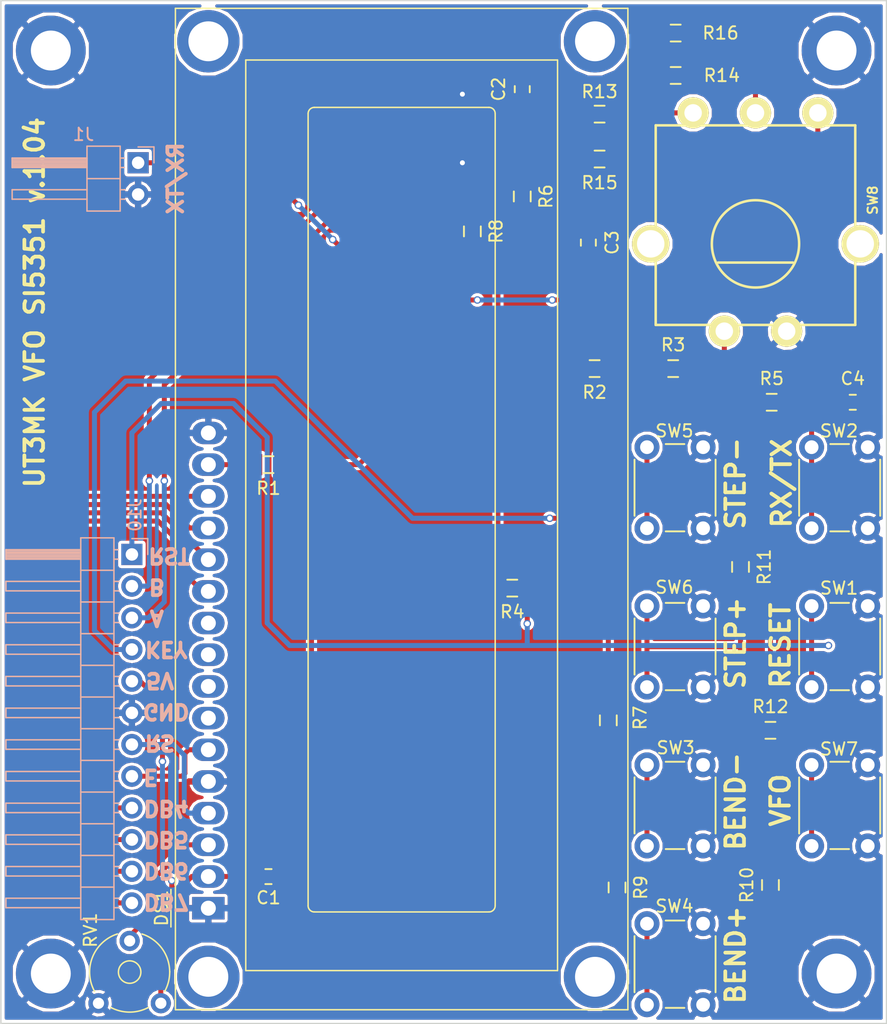
<source format=kicad_pcb>
(kicad_pcb (version 4) (host pcbnew 4.0.7-e2-6376~58~ubuntu14.04.1)
  (title_block (date 2017-12-27))
  (layers (0 F.Cu signal) (31 B.Cu signal) (34 B.Paste user) (35 F.Paste user) (36 B.SilkS user) (37 F.SilkS user) (38 B.Mask user) (39 F.Mask user) (44 Edge.Cuts user))
  (net 0 "")
  (net 1 GND)
  (net 2 +5V)
  (net 3 /RESET)
  (net 4 /RS)
  (net 5 /E)
  (net 6 /DB4)
  (net 7 /DB5)
  (net 8 /DB6)
  (net 9 /DB7)
  (net 10 /KEYBOARD)
  (net 11 /ENCODER_B)
  (net 12 /ENCODER_A)
  (net 13 "Net-(C4-Pad1)")
  (net 14 "Net-(DS1-Pad3)")
  (net 15 "Net-(DS1-Pad15)")
  (net 16 "Net-(R7-Pad2)")
  (net 17 "Net-(R10-Pad1)")
  (net 18 "Net-(R10-Pad2)")
  (net 19 "Net-(R11-Pad2)")
  (net 20 "Net-(R3-Pad2)")
  (net 21 "Net-(R12-Pad2)")
  (net 22 "Net-(R13-Pad2)")
  (net 23 "Net-(R14-Pad1)")
  (module Displays:WC1602A (layer F.Cu) (at 87.63 111.76 90)
    (fp_text reference DS1 (at 0.01 -3.755 90) (layer F.SilkS))
    (fp_text value WC1602A hide)
    (pad 1 thru_hole rect (at 0 0 90) (size 1.8 2.6) (drill 1.2) (layers *.Cu *.Mask) (net 1 GND))
    (pad 2 thru_hole oval (at 2.54 0 90) (size 1.8 2.6) (drill 1.2) (layers *.Cu *.Mask) (net 2 +5V))
    (pad 3 thru_hole oval (at 5.08 0 90) (size 1.8 2.6) (drill 1.2) (layers *.Cu *.Mask) (net 14 "Net-(DS1-Pad3)"))
    (pad 4 thru_hole oval (at 7.62 0 90) (size 1.8 2.6) (drill 1.2) (layers *.Cu *.Mask) (net 4 /RS))
    (pad 5 thru_hole oval (at 10.16 0 90) (size 1.8 2.6) (drill 1.2) (layers *.Cu *.Mask) (net 1 GND))
    (pad 6 thru_hole oval (at 12.7 0 90) (size 1.8 2.6) (drill 1.2) (layers *.Cu *.Mask) (net 5 /E))
    (pad 7 thru_hole oval (at 15.24 0 90) (size 1.8 2.6) (drill 1.2) (layers *.Cu *.Mask))
    (pad 8 thru_hole oval (at 17.78 0 90) (size 1.8 2.6) (drill 1.2) (layers *.Cu *.Mask))
    (pad 9 thru_hole oval (at 20.32 0 90) (size 1.8 2.6) (drill 1.2) (layers *.Cu *.Mask))
    (pad 10 thru_hole oval (at 22.86 0 90) (size 1.8 2.6) (drill 1.2) (layers *.Cu *.Mask))
    (pad 11 thru_hole oval (at 25.4 0 90) (size 1.8 2.6) (drill 1.2) (layers *.Cu *.Mask) (net 6 /DB4))
    (pad 12 thru_hole oval (at 27.94 0 90) (size 1.8 2.6) (drill 1.2) (layers *.Cu *.Mask) (net 7 /DB5))
    (pad 13 thru_hole oval (at 30.48 0 90) (size 1.8 2.6) (drill 1.2) (layers *.Cu *.Mask) (net 8 /DB6))
    (pad 14 thru_hole oval (at 33.02 0 90) (size 1.8 2.6) (drill 1.2) (layers *.Cu *.Mask) (net 9 /DB7))
    (pad 15 thru_hole oval (at 35.56 0 90) (size 1.8 2.6) (drill 1.2) (layers *.Cu *.Mask) (net 15 "Net-(DS1-Pad15)"))
    (pad 16 thru_hole oval (at 38.1 0 90) (size 1.8 2.6) (drill 1.2) (layers *.Cu *.Mask) (net 1 GND))
    (pad "" thru_hole circle (at -5.4991 0 90) (size 5 5) (drill 3.2) (layers *.Cu *.Mask))
    (pad "" thru_hole circle (at -5.4991 31.0007 90) (size 5 5) (drill 3.2) (layers *.Cu *.Mask))
    (pad "" thru_hole circle (at 69.49948 31.0007 90) (size 5 5) (drill 3.2) (layers *.Cu *.Mask))
    (pad "" thru_hole circle (at 69.5 0 90) (size 5 5) (drill 3.2) (layers *.Cu *.Mask))
  )
  (module LCSDR:C_1206_0603 (layer F.Cu) (at 92.45 109.225)
    (fp_text reference C1 (at 0 1.7) (layer F.SilkS))
    (fp_text value 100nF hide)
    (pad 2 smd rect (at 1.15 0) (size 1.6 1.6) (layers F.Cu F.Paste F.Mask) (net 1 GND))
    (pad 1 smd rect (at -1.15 0) (size 1.6 1.6) (layers F.Cu F.Paste F.Mask) (net 2 +5V))
  )
  (module Mounting_Holes:MountingHole_3.2mm_M3_DIN965_Pad (layer F.Cu) (at 75 43)
    (fp_text reference J12 hide)
    (fp_text value Conn_01x01 hide)
    (pad 1 thru_hole circle (at 0 0) (size 5.6 5.6) (drill 3.2) (layers *.Cu *.Mask) (net 1 GND))
  )
  (module Mounting_Holes:MountingHole_3.2mm_M3_DIN965_Pad (layer F.Cu) (at 138 43)
    (fp_text reference J13 hide)
    (fp_text value Conn_01x01 hide)
    (pad 1 thru_hole circle (at 0 0) (size 5.6 5.6) (drill 3.2) (layers *.Cu *.Mask) (net 1 GND))
  )
  (module Mounting_Holes:MountingHole_3.2mm_M3_DIN965_Pad (layer F.Cu) (at 138 117)
    (fp_text reference J14 hide)
    (fp_text value Conn_01x01 hide)
    (pad 1 thru_hole circle (at 0 0) (size 5.6 5.6) (drill 3.2) (layers *.Cu *.Mask) (net 1 GND))
  )
  (module Mounting_Holes:MountingHole_3.2mm_M3_DIN965_Pad (layer F.Cu) (at 75 117)
    (fp_text reference J15 hide)
    (fp_text value Conn_01x01 hide)
    (pad 1 thru_hole circle (at 0 0) (size 5.6 5.6) (drill 3.2) (layers *.Cu *.Mask) (net 1 GND))
  )
  (module Pin_Headers:Pin_Header_Angled_1x12_Pitch2.54mm (layer B.Cu) (at 81.5 83.4 180)
    (fp_text reference J10 (at -0.25 3.15 270) (layer B.SilkS) (effects (justify mirror)))
    (fp_text value MANAGEMENT hide)
    (pad 1 thru_hole rect (at 0 0 180) (size 1.7 1.7) (drill 1) (layers *.Cu *.Mask) (net 3 /RESET))
    (pad 2 thru_hole oval (at 0 -2.54 180) (size 1.7 1.7) (drill 1) (layers *.Cu *.Mask) (net 11 /ENCODER_B))
    (pad 3 thru_hole oval (at 0 -5.08 180) (size 1.7 1.7) (drill 1) (layers *.Cu *.Mask) (net 12 /ENCODER_A))
    (pad 4 thru_hole oval (at 0 -7.62 180) (size 1.7 1.7) (drill 1) (layers *.Cu *.Mask) (net 10 /KEYBOARD))
    (pad 5 thru_hole oval (at 0 -10.16 180) (size 1.7 1.7) (drill 1) (layers *.Cu *.Mask) (net 2 +5V))
    (pad 6 thru_hole oval (at 0 -12.7 180) (size 1.7 1.7) (drill 1) (layers *.Cu *.Mask) (net 1 GND))
    (pad 7 thru_hole oval (at 0 -15.24 180) (size 1.7 1.7) (drill 1) (layers *.Cu *.Mask) (net 4 /RS))
    (pad 8 thru_hole oval (at 0 -17.78 180) (size 1.7 1.7) (drill 1) (layers *.Cu *.Mask) (net 5 /E))
    (pad 9 thru_hole oval (at 0 -20.32 180) (size 1.7 1.7) (drill 1) (layers *.Cu *.Mask) (net 6 /DB4))
    (pad 10 thru_hole oval (at 0 -22.86 180) (size 1.7 1.7) (drill 1) (layers *.Cu *.Mask) (net 7 /DB5))
    (pad 11 thru_hole oval (at 0 -25.4 180) (size 1.7 1.7) (drill 1) (layers *.Cu *.Mask) (net 8 /DB6))
    (pad 12 thru_hole oval (at 0 -27.94 180) (size 1.7 1.7) (drill 1) (layers *.Cu *.Mask) (net 9 /DB7))
  )
  (module Pin_Headers:Pin_Header_Angled_1x02_Pitch2.54mm (layer B.Cu) (at 82 52 180)
    (fp_text reference J1 (at 4.385 2.27 180) (layer B.SilkS) (effects (justify mirror)))
    (fp_text value RX/TX hide)
    (pad 1 thru_hole rect (at 0 0 180) (size 1.7 1.7) (drill 1) (layers *.Cu *.Mask) (net 13 "Net-(C4-Pad1)"))
    (pad 2 thru_hole oval (at 0 -2.54 180) (size 1.7 1.7) (drill 1) (layers *.Cu *.Mask) (net 1 GND))
  )
  (module Potentiometers:Potentiometer_Trimmer_Piher_PT-6v_Horizontal (layer F.Cu) (at 83.82 119.38 90)
    (fp_text reference RV1 (at 5.855 -5.645 90) (layer F.SilkS))
    (fp_text value 22k hide)
    (pad 3 thru_hole circle (at 0 -5 90) (size 1.62 1.62) (drill 0.9) (layers *.Cu *.Mask) (net 1 GND))
    (pad 2 thru_hole circle (at 5 -2.5 90) (size 1.62 1.62) (drill 0.9) (layers *.Cu *.Mask) (net 14 "Net-(DS1-Pad3)"))
    (pad 1 thru_hole circle (at 0 0 90) (size 1.62 1.62) (drill 0.9) (layers *.Cu *.Mask) (net 2 +5V))
  )
  (module LCSDR:SW_PUSH_6mm_h13mm (layer F.Cu) (at 136 94.033 90)
    (fp_text reference SW1 (at 7.933 2.2 180) (layer F.SilkS))
    (fp_text value RESET)
    (pad 2 thru_hole circle (at 0 4.5 180) (size 2 2) (drill 1.1) (layers *.Cu *.Mask) (net 1 GND))
    (pad 1 thru_hole circle (at 0 0 180) (size 2 2) (drill 1.1) (layers *.Cu *.Mask) (net 3 /RESET))
    (pad 2 thru_hole circle (at 6.5 4.5 180) (size 2 2) (drill 1.1) (layers *.Cu *.Mask) (net 1 GND))
    (pad 1 thru_hole circle (at 6.5 0 180) (size 2 2) (drill 1.1) (layers *.Cu *.Mask) (net 3 /RESET))
  )
  (module LCSDR:SW_PUSH_6mm_h13mm (layer F.Cu) (at 136 81.3 90)
    (fp_text reference SW2 (at 7.8 2.2 180) (layer F.SilkS))
    (fp_text value RX/TX)
    (pad 2 thru_hole circle (at 0 4.5 180) (size 2 2) (drill 1.1) (layers *.Cu *.Mask) (net 1 GND))
    (pad 1 thru_hole circle (at 0 0 180) (size 2 2) (drill 1.1) (layers *.Cu *.Mask) (net 13 "Net-(C4-Pad1)"))
    (pad 2 thru_hole circle (at 6.5 4.5 180) (size 2 2) (drill 1.1) (layers *.Cu *.Mask) (net 1 GND))
    (pad 1 thru_hole circle (at 6.5 0 180) (size 2 2) (drill 1.1) (layers *.Cu *.Mask) (net 13 "Net-(C4-Pad1)"))
  )
  (module LCSDR:SW_PUSH_6mm_h13mm (layer F.Cu) (at 122.8 106.77 90)
    (fp_text reference SW3 (at 7.87 2.3 180) (layer F.SilkS))
    (fp_text value BEND-)
    (pad 2 thru_hole circle (at 0 4.5 180) (size 2 2) (drill 1.1) (layers *.Cu *.Mask) (net 1 GND))
    (pad 1 thru_hole circle (at 0 0 180) (size 2 2) (drill 1.1) (layers *.Cu *.Mask) (net 16 "Net-(R7-Pad2)"))
    (pad 2 thru_hole circle (at 6.5 4.5 180) (size 2 2) (drill 1.1) (layers *.Cu *.Mask) (net 1 GND))
    (pad 1 thru_hole circle (at 6.5 0 180) (size 2 2) (drill 1.1) (layers *.Cu *.Mask) (net 16 "Net-(R7-Pad2)"))
  )
  (module LCSDR:SW_PUSH_6mm_h13mm (layer F.Cu) (at 122.8 119.5 90)
    (fp_text reference SW4 (at 7.9 2.2 180) (layer F.SilkS))
    (fp_text value BEND+)
    (pad 2 thru_hole circle (at 0 4.5 180) (size 2 2) (drill 1.1) (layers *.Cu *.Mask) (net 1 GND))
    (pad 1 thru_hole circle (at 0 0 180) (size 2 2) (drill 1.1) (layers *.Cu *.Mask) (net 17 "Net-(R10-Pad1)"))
    (pad 2 thru_hole circle (at 6.5 4.5 180) (size 2 2) (drill 1.1) (layers *.Cu *.Mask) (net 1 GND))
    (pad 1 thru_hole circle (at 6.5 0 180) (size 2 2) (drill 1.1) (layers *.Cu *.Mask) (net 17 "Net-(R10-Pad1)"))
  )
  (module LCSDR:SW_PUSH_6mm_h13mm (layer F.Cu) (at 122.8 81.3 90)
    (fp_text reference SW5 (at 7.8 2.2 180) (layer F.SilkS))
    (fp_text value STEP-)
    (pad 2 thru_hole circle (at 0 4.5 180) (size 2 2) (drill 1.1) (layers *.Cu *.Mask) (net 1 GND))
    (pad 1 thru_hole circle (at 0 0 180) (size 2 2) (drill 1.1) (layers *.Cu *.Mask) (net 18 "Net-(R10-Pad2)"))
    (pad 2 thru_hole circle (at 6.5 4.5 180) (size 2 2) (drill 1.1) (layers *.Cu *.Mask) (net 1 GND))
    (pad 1 thru_hole circle (at 6.5 0 180) (size 2 2) (drill 1.1) (layers *.Cu *.Mask) (net 18 "Net-(R10-Pad2)"))
  )
  (module LCSDR:SW_PUSH_6mm_h13mm (layer F.Cu) (at 122.8 94.033 90)
    (fp_text reference SW6 (at 8 2.2 180) (layer F.SilkS))
    (fp_text value STEP+)
    (pad 2 thru_hole circle (at 0 4.5 180) (size 2 2) (drill 1.1) (layers *.Cu *.Mask) (net 1 GND))
    (pad 1 thru_hole circle (at 0 0 180) (size 2 2) (drill 1.1) (layers *.Cu *.Mask) (net 19 "Net-(R11-Pad2)"))
    (pad 2 thru_hole circle (at 6.5 4.5 180) (size 2 2) (drill 1.1) (layers *.Cu *.Mask) (net 1 GND))
    (pad 1 thru_hole circle (at 6.5 0 180) (size 2 2) (drill 1.1) (layers *.Cu *.Mask) (net 19 "Net-(R11-Pad2)"))
  )
  (module LCSDR:SW_PUSH_6mm_h13mm (layer F.Cu) (at 136 106.77 90)
    (fp_text reference SW7 (at 7.77 2.2 180) (layer F.SilkS))
    (fp_text value OSCEL)
    (pad 2 thru_hole circle (at 0 4.5 180) (size 2 2) (drill 1.1) (layers *.Cu *.Mask) (net 1 GND))
    (pad 1 thru_hole circle (at 0 0 180) (size 2 2) (drill 1.1) (layers *.Cu *.Mask) (net 21 "Net-(R12-Pad2)"))
    (pad 2 thru_hole circle (at 6.5 4.5 180) (size 2 2) (drill 1.1) (layers *.Cu *.Mask) (net 1 GND))
    (pad 1 thru_hole circle (at 6.5 0 180) (size 2 2) (drill 1.1) (layers *.Cu *.Mask) (net 21 "Net-(R12-Pad2)"))
  )
  (module LCSDR:C_1206_0603 (layer F.Cu) (at 112.8 46.1 90)
    (fp_text reference C2 (at 0 -1.9 90) (layer F.SilkS))
    (fp_text value 100nF hide)
    (pad 2 smd rect (at 1.15 0 90) (size 1.6 1.6) (layers F.Cu F.Paste F.Mask) (net 1 GND))
    (pad 1 smd rect (at -1.15 0 90) (size 1.6 1.6) (layers F.Cu F.Paste F.Mask) (net 11 /ENCODER_B))
  )
  (module LCSDR:C_1206_0603 (layer F.Cu) (at 118.1 58.4 270)
    (fp_text reference C3 (at 0 -1.9 270) (layer F.SilkS))
    (fp_text value 100nF hide)
    (pad 2 smd rect (at 1.15 0 270) (size 1.6 1.6) (layers F.Cu F.Paste F.Mask) (net 1 GND))
    (pad 1 smd rect (at -1.15 0 270) (size 1.6 1.6) (layers F.Cu F.Paste F.Mask) (net 12 /ENCODER_A))
  )
  (module LCSDR:C_1206_0603 (layer F.Cu) (at 139.3 71.2)
    (fp_text reference C4 (at 0 -1.9) (layer F.SilkS))
    (fp_text value 100nF hide)
    (pad 2 smd rect (at 1.15 0) (size 1.6 1.6) (layers F.Cu F.Paste F.Mask) (net 1 GND))
    (pad 1 smd rect (at -1.15 0) (size 1.6 1.6) (layers F.Cu F.Paste F.Mask) (net 13 "Net-(C4-Pad1)"))
  )
  (module LCSDR:R_1206_0603 (layer F.Cu) (at 92.45 76.2 180)
    (fp_text reference R1 (at 0 -1.9 180) (layer F.SilkS))
    (fp_text value 10R)
    (pad 1 smd rect (at -1.2 0 270) (size 1.7 1.4) (layers F.Cu F.Paste F.Mask) (net 2 +5V))
    (pad 2 smd rect (at 1.2 0 180) (size 1.4 1.7) (layers F.Cu F.Paste F.Mask) (net 15 "Net-(DS1-Pad15)"))
  )
  (module LCSDR:R_1206_0603 (layer F.Cu) (at 118.6 68.5 180)
    (fp_text reference R2 (at 0 -1.9 180) (layer F.SilkS))
    (fp_text value 15k)
    (pad 1 smd rect (at -1.2 0 270) (size 1.7 1.4) (layers F.Cu F.Paste F.Mask) (net 10 /KEYBOARD))
    (pad 2 smd rect (at 1.2 0 180) (size 1.4 1.7) (layers F.Cu F.Paste F.Mask) (net 2 +5V))
  )
  (module LCSDR:R_1206_0603 (layer F.Cu) (at 124.9 68.5)
    (fp_text reference R3 (at 0 -1.9) (layer F.SilkS))
    (fp_text value 15k hide)
    (pad 1 smd rect (at -1.2 0 90) (size 1.7 1.4) (layers F.Cu F.Paste F.Mask) (net 10 /KEYBOARD))
    (pad 2 smd rect (at 1.2 0) (size 1.4 1.7) (layers F.Cu F.Paste F.Mask) (net 20 "Net-(R3-Pad2)"))
  )
  (module LCSDR:R_1206_0603 (layer F.Cu) (at 112 86.1 180)
    (fp_text reference R4 (at 0 -1.9 180) (layer F.SilkS))
    (fp_text value 10k hide)
    (pad 1 smd rect (at -1.2 0 270) (size 1.7 1.4) (layers F.Cu F.Paste F.Mask) (net 3 /RESET))
    (pad 2 smd rect (at 1.2 0 180) (size 1.4 1.7) (layers F.Cu F.Paste F.Mask) (net 2 +5V))
  )
  (module LCSDR:R_1206_0603 (layer F.Cu) (at 132.8 71.2)
    (fp_text reference R5 (at 0 -1.9) (layer F.SilkS))
    (fp_text value 150)
    (pad 1 smd rect (at -1.2 0 90) (size 1.7 1.4) (layers F.Cu F.Paste F.Mask) (net 10 /KEYBOARD))
    (pad 2 smd rect (at 1.2 0) (size 1.4 1.7) (layers F.Cu F.Paste F.Mask) (net 13 "Net-(C4-Pad1)"))
  )
  (module LCSDR:R_1206_0603 (layer F.Cu) (at 112.8 54.7 270)
    (fp_text reference R6 (at 0 -1.9 270) (layer F.SilkS))
    (fp_text value 10k hide)
    (pad 1 smd rect (at -1.2 0) (size 1.7 1.4) (layers F.Cu F.Paste F.Mask) (net 11 /ENCODER_B))
    (pad 2 smd rect (at 1.2 0 270) (size 1.4 1.7) (layers F.Cu F.Paste F.Mask) (net 2 +5V))
  )
  (module LCSDR:R_1206_0603 (layer F.Cu) (at 119.7 96.7 270)
    (fp_text reference R7 (at -0.2 -2.55 270) (layer F.SilkS))
    (fp_text value 1k hide)
    (pad 1 smd rect (at -1.2 0) (size 1.7 1.4) (layers F.Cu F.Paste F.Mask) (net 10 /KEYBOARD))
    (pad 2 smd rect (at 1.2 0 270) (size 1.4 1.7) (layers F.Cu F.Paste F.Mask) (net 16 "Net-(R7-Pad2)"))
  )
  (module LCSDR:R_1206_0603 (layer F.Cu) (at 108.8 57.5 270)
    (fp_text reference R8 (at 0 -1.9 270) (layer F.SilkS))
    (fp_text value 10k hide)
    (pad 1 smd rect (at -1.2 0) (size 1.7 1.4) (layers F.Cu F.Paste F.Mask) (net 12 /ENCODER_A))
    (pad 2 smd rect (at 1.2 0 270) (size 1.4 1.7) (layers F.Cu F.Paste F.Mask) (net 2 +5V))
  )
  (module LCSDR:R_1206_0603 (layer F.Cu) (at 120.4 110.1 270)
    (fp_text reference R9 (at 0 -1.9 270) (layer F.SilkS))
    (fp_text value 1k hide)
    (pad 1 smd rect (at -1.2 0) (size 1.7 1.4) (layers F.Cu F.Paste F.Mask) (net 16 "Net-(R7-Pad2)"))
    (pad 2 smd rect (at 1.2 0 270) (size 1.4 1.7) (layers F.Cu F.Paste F.Mask) (net 17 "Net-(R10-Pad1)"))
  )
  (module LCSDR:R_1206_0603 (layer F.Cu) (at 132.7 109.9 90)
    (fp_text reference R10 (at 0 -1.9 90) (layer F.SilkS))
    (fp_text value 1k)
    (pad 1 smd rect (at -1.2 0 180) (size 1.7 1.4) (layers F.Cu F.Paste F.Mask) (net 17 "Net-(R10-Pad1)"))
    (pad 2 smd rect (at 1.2 0 90) (size 1.4 1.7) (layers F.Cu F.Paste F.Mask) (net 18 "Net-(R10-Pad2)"))
  )
  (module LCSDR:R_1206_0603 (layer F.Cu) (at 130.3 84.4 270)
    (fp_text reference R11 (at 0 -1.9 270) (layer F.SilkS))
    (fp_text value 1k hide)
    (pad 1 smd rect (at -1.2 0) (size 1.7 1.4) (layers F.Cu F.Paste F.Mask) (net 18 "Net-(R10-Pad2)"))
    (pad 2 smd rect (at 1.2 0 270) (size 1.4 1.7) (layers F.Cu F.Paste F.Mask) (net 19 "Net-(R11-Pad2)"))
  )
  (module LCSDR:R_1206_0603 (layer F.Cu) (at 132.7 97.5)
    (fp_text reference R12 (at 0 -1.9) (layer F.SilkS))
    (fp_text value 3.3k hide)
    (pad 1 smd rect (at -1.2 0 90) (size 1.7 1.4) (layers F.Cu F.Paste F.Mask) (net 19 "Net-(R11-Pad2)"))
    (pad 2 smd rect (at 1.2 0) (size 1.4 1.7) (layers F.Cu F.Paste F.Mask) (net 21 "Net-(R12-Pad2)"))
  )
  (module LCSDR:SF-ROTARY-ENCODER (layer F.Cu) (at 131.5 58.5 180)
    (fp_text reference SW8 (at -9.4 3.5 270) (layer F.SilkS) (effects (font (size 0.762 0.762) (thickness 0.1524))))
    (fp_text value Rotary_Encoder_Switch hide)
    (pad 4 thru_hole circle (at -2.5 -7 180) (size 2.5 2.5) (drill 1.4) (layers *.Cu *.Mask F.SilkS) (net 1 GND))
    (pad 1 thru_hole circle (at -5 10.5 180) (size 2.5 2.5) (drill 1.4) (layers *.Cu *.Mask F.SilkS) (net 12 /ENCODER_A))
    (pad 2 thru_hole circle (at 0 10.5 180) (size 2.5 2.5) (drill 1.4) (layers *.Cu *.Mask F.SilkS) (net 23 "Net-(R14-Pad1)"))
    (pad 3 thru_hole circle (at 5 10.5 180) (size 2.5 2.5) (drill 1.4) (layers *.Cu *.Mask F.SilkS) (net 22 "Net-(R13-Pad2)"))
    (pad 5 thru_hole circle (at 2.5 -7 180) (size 2.5 2.5) (drill 1.4) (layers *.Cu *.Mask F.SilkS) (net 20 "Net-(R3-Pad2)"))
    (pad "" thru_hole circle (at 8.4 0 180) (size 3 3) (drill 2.2) (layers *.Cu *.Mask F.SilkS))
    (pad "" thru_hole circle (at -8.4 0 180) (size 3 3) (drill 2.2) (layers *.Cu *.Mask F.SilkS))
  )
  (module LCSDR:R_1206_0603 (layer F.Cu) (at 119 51.7)
    (fp_text reference R13 (at 0 -5.4) (layer F.SilkS))
    (fp_text value 0 hide)
    (pad 1 smd rect (at -1.2 0 90) (size 1.7 1.4) (layers F.Cu F.Paste F.Mask) (net 11 /ENCODER_B))
    (pad 2 smd rect (at 1.2 0) (size 1.4 1.7) (layers F.Cu F.Paste F.Mask) (net 22 "Net-(R13-Pad2)"))
  )
  (module LCSDR:R_1206_0603 (layer F.Cu) (at 125.1 45 180)
    (fp_text reference R14 (at -3.7 0 180) (layer F.SilkS))
    (fp_text value 0 hide)
    (pad 1 smd rect (at -1.2 0 270) (size 1.7 1.4) (layers F.Cu F.Paste F.Mask) (net 23 "Net-(R14-Pad1)"))
    (pad 2 smd rect (at 1.2 0 180) (size 1.4 1.7) (layers F.Cu F.Paste F.Mask) (net 11 /ENCODER_B))
  )
  (module LCSDR:R_1206_0603 (layer F.Cu) (at 119 48.1 180)
    (fp_text reference R15 (at 0 -5.5 180) (layer F.SilkS))
    (fp_text value 0 hide)
    (pad 1 smd rect (at -1.2 0 270) (size 1.7 1.4) (layers F.Cu F.Paste F.Mask) (net 22 "Net-(R13-Pad2)"))
    (pad 2 smd rect (at 1.2 0 180) (size 1.4 1.7) (layers F.Cu F.Paste F.Mask) (net 1 GND))
  )
  (module LCSDR:R_1206_0603 (layer F.Cu) (at 125.1 41.6 180)
    (fp_text reference R16 (at -3.6 0 180) (layer F.SilkS))
    (fp_text value 0 hide)
    (pad 1 smd rect (at -1.2 0 270) (size 1.7 1.4) (layers F.Cu F.Paste F.Mask) (net 23 "Net-(R14-Pad1)"))
    (pad 2 smd rect (at 1.2 0 180) (size 1.4 1.7) (layers F.Cu F.Paste F.Mask) (net 1 GND))
  )
  (gr_text RX/TX (at 85 53.25 90) (layer B.SilkS) (effects (font (size 1.2 1.2) (thickness 0.3)) (justify mirror)))
  (gr_text RST (at 84.5 83.5 180) (layer B.SilkS) (effects (font (size 1.2 1.2) (thickness 0.3)) (justify mirror)))
  (gr_text B (at 83.5 86 180) (layer B.SilkS) (effects (font (size 1.2 1.2) (thickness 0.3)) (justify mirror)))
  (gr_text A (at 83.5 88.5 180) (layer B.SilkS) (effects (font (size 1.2 1.2) (thickness 0.3)) (justify mirror)))
  (gr_text KEY (at 84.25 91 180) (layer B.SilkS) (effects (font (size 1.2 1.2) (thickness 0.3)) (justify mirror)))
  (gr_text 5V (at 83.75 93.5 180) (layer B.SilkS) (effects (font (size 1.2 1.2) (thickness 0.3)) (justify mirror)))
  (gr_text GND (at 84.25 96 180) (layer B.SilkS) (effects (font (size 1.2 1.2) (thickness 0.3)) (justify mirror)))
  (gr_text RS (at 83.75 98.5 180) (layer B.SilkS) (effects (font (size 1.2 1.2) (thickness 0.3)) (justify mirror)))
  (gr_text E (at 83 101.25 180) (layer B.SilkS) (effects (font (size 1.2 1.2) (thickness 0.3)) (justify mirror)))
  (gr_text DB4 (at 84.25 103.75 180) (layer B.SilkS) (effects (font (size 1.2 1.2) (thickness 0.3)) (justify mirror)))
  (gr_text DB5 (at 84.25 106.25 180) (layer B.SilkS) (effects (font (size 1.2 1.2) (thickness 0.3)) (justify mirror)))
  (gr_text DB6 (at 84.25 108.75 180) (layer B.SilkS) (effects (font (size 1.2 1.2) (thickness 0.3)) (justify mirror)))
  (gr_text VFO (at 133.5 103.1 90) (layer F.SilkS) (effects (font (size 1.5 1.5) (thickness 0.3))))
  (gr_text BEND+ (at 129.9 115.5 90) (layer F.SilkS) (effects (font (size 1.5 1.5) (thickness 0.3))))
  (gr_text BEND- (at 129.9 103.2 90) (layer F.SilkS) (effects (font (size 1.5 1.5) (thickness 0.3))))
  (gr_text STEP+ (at 129.9 90.5 90) (layer F.SilkS) (effects (font (size 1.5 1.5) (thickness 0.3))))
  (gr_text RESET (at 133.5 90.7 90) (layer F.SilkS) (effects (font (size 1.5 1.5) (thickness 0.3))))
  (gr_text STEP- (at 129.9 77.7 90) (layer F.SilkS) (effects (font (size 1.5 1.5) (thickness 0.3))))
  (gr_text "UT3MK VFO SI5351 v.1.04" (at 73.7 63.2 90) (layer F.SilkS) (effects (font (size 1.5 1.5) (thickness 0.3))))
  (gr_line (start 142 39) (end 142 121) (angle 90) (layer Edge.Cuts) (width 0.1))
  (gr_line (start 71 39) (end 142 39) (angle 90) (layer Edge.Cuts) (width 0.1))
  (gr_line (start 71 121) (end 71 39) (angle 90) (layer Edge.Cuts) (width 0.1))
  (gr_line (start 142 121) (end 71 121) (angle 90) (layer Edge.Cuts) (width 0.1))
  (gr_text DB7 (at 84.25 111.25 180) (layer B.SilkS) (effects (font (size 1.2 1.2) (thickness 0.3)) (justify mirror)))
  (gr_text RX/TX (at 133.6 77.7 90) (layer F.SilkS) (effects (font (size 1.5 1.5) (thickness 0.3))))
  (segment (start 112.8 44.95) (end 109.05 44.95) (width 0.4) (layer F.Cu) (net 1))
  (via (at 108 52) (size 0.6) (drill 0.4) (layers F.Cu B.Cu) (net 1))
  (segment (start 108 46.5) (end 108 52) (width 0.4) (layer B.Cu) (net 1))
  (via (at 108 46.5) (size 0.6) (drill 0.4) (layers F.Cu B.Cu) (net 1))
  (segment (start 108 46) (end 108 46.5) (width 0.4) (layer F.Cu) (net 1))
  (segment (start 109.05 44.95) (end 108 46) (width 0.4) (layer F.Cu) (net 1))
  (segment (start 86.9 73.2) (end 88.55 73.2) (width 0.4) (layer B.Cu) (net 1))
  (segment (start 127 107.3) (end 127.05 107.3) (width 0.4) (layer B.Cu) (net 1))
  (segment (start 85.3625 110.1625) (end 84.7 110.1625) (width 0.4) (layer F.Cu) (net 2))
  (segment (start 85.3625 110.1625) (end 86.305 109.22) (width 0.4) (layer F.Cu) (net 2))
  (segment (start 84.7 109.55) (end 84.7 110.1625) (width 0.4) (layer F.Cu) (net 2))
  (segment (start 84.7 109.55) (end 83.95 108.8) (width 0.4) (layer B.Cu) (net 2))
  (via (at 84.7 109.55) (size 0.6) (drill 0.4) (layers F.Cu B.Cu) (net 2))
  (via (at 83.95 100) (size 0.6) (drill 0.4) (layers F.Cu B.Cu) (net 2))
  (segment (start 83.95 100) (end 83.95 97.5) (width 0.4) (layer F.Cu) (net 2))
  (segment (start 83.95 97.5) (end 83.95 95.35) (width 0.4) (layer F.Cu) (net 2))
  (segment (start 83.95 95.35) (end 82.16 93.56) (width 0.4) (layer F.Cu) (net 2))
  (segment (start 83.95 108.8) (end 83.95 100) (width 0.4) (layer B.Cu) (net 2))
  (segment (start 84.7 110.1625) (end 84.7 110.8) (width 0.4) (layer F.Cu) (net 2))
  (segment (start 84.7 110.8) (end 84.7 113.25) (width 0.4) (layer F.Cu) (net 2))
  (segment (start 83.82 114.13) (end 83.82 119.38) (width 0.4) (layer F.Cu) (net 2))
  (segment (start 84.7 113.25) (end 83.82 114.13) (width 0.4) (layer F.Cu) (net 2))
  (segment (start 82.16 93.56) (end 81.5 93.56) (width 0.4) (layer F.Cu) (net 2))
  (segment (start 89.85 109.22) (end 89.85 103.75) (width 0.4) (layer F.Cu) (net 2))
  (segment (start 95.9 97.7) (end 95.9 76.2) (width 0.4) (layer F.Cu) (net 2))
  (segment (start 89.85 103.75) (end 95.9 97.7) (width 0.4) (layer F.Cu) (net 2))
  (segment (start 110.85 68.5) (end 110.85 86.05) (width 0.4) (layer F.Cu) (net 2))
  (segment (start 110.85 86.05) (end 110.8 86.1) (width 0.4) (layer F.Cu) (net 2))
  (segment (start 110.85 60.7) (end 110.85 68.5) (width 0.4) (layer F.Cu) (net 2))
  (segment (start 117.4 68.5) (end 110.85 68.5) (width 0.4) (layer F.Cu) (net 2))
  (segment (start 110.85 68.5) (end 107.4 68.5) (width 0.4) (layer F.Cu) (net 2))
  (segment (start 99.7 76.2) (end 95.9 76.2) (width 0.4) (layer F.Cu) (net 2))
  (segment (start 107.4 68.5) (end 99.7 76.2) (width 0.4) (layer F.Cu) (net 2))
  (segment (start 95.9 76.2) (end 93.65 76.2) (width 0.4) (layer F.Cu) (net 2))
  (segment (start 108.8 58.7) (end 108.8 60.7) (width 0.4) (layer F.Cu) (net 2))
  (segment (start 112.8 60.7) (end 112.8 55.9) (width 0.4) (layer F.Cu) (net 2))
  (segment (start 108.8 60.7) (end 110.85 60.7) (width 0.4) (layer F.Cu) (net 2))
  (segment (start 110.85 60.7) (end 112.8 60.7) (width 0.4) (layer F.Cu) (net 2))
  (segment (start 87.63 109.22) (end 89.85 109.22) (width 0.4) (layer F.Cu) (net 2))
  (segment (start 89.85 109.22) (end 91.295 109.22) (width 0.4) (layer F.Cu) (net 2))
  (segment (start 91.295 109.22) (end 91.3 109.225) (width 0.4) (layer F.Cu) (net 2))
  (segment (start 81.71 93.56) (end 81.5 93.56) (width 0.4) (layer F.Cu) (net 2))
  (segment (start 83.82 119.38) (end 83.82 118.88) (width 0.4) (layer F.Cu) (net 2))
  (segment (start 86.305 109.22) (end 87.63 109.22) (width 0.4) (layer F.Cu) (net 2))
  (segment (start 113.2 86.1) (end 113.2 88.95) (width 0.4) (layer F.Cu) (net 3))
  (segment (start 113.2 88.95) (end 113.2 90.7) (width 0.4) (layer B.Cu) (net 3))
  (via (at 113.2 88.95) (size 0.6) (drill 0.4) (layers F.Cu B.Cu) (net 3))
  (segment (start 81.5 83.4) (end 81.5 73.65) (width 0.4) (layer B.Cu) (net 3))
  (segment (start 137.35 90.7) (end 136 90.7) (width 0.4) (layer F.Cu) (net 3))
  (via (at 137.35 90.7) (size 0.6) (drill 0.4) (layers F.Cu B.Cu) (net 3))
  (segment (start 94.15 90.7) (end 113.2 90.7) (width 0.4) (layer B.Cu) (net 3))
  (segment (start 113.2 90.7) (end 137.35 90.7) (width 0.4) (layer B.Cu) (net 3))
  (segment (start 92.35 88.9) (end 94.15 90.7) (width 0.4) (layer B.Cu) (net 3))
  (segment (start 92.35 74) (end 92.35 88.9) (width 0.4) (layer B.Cu) (net 3))
  (segment (start 89.65 71.3) (end 92.35 74) (width 0.4) (layer B.Cu) (net 3))
  (segment (start 83.85 71.3) (end 89.65 71.3) (width 0.4) (layer B.Cu) (net 3))
  (segment (start 81.5 73.65) (end 83.85 71.3) (width 0.4) (layer B.Cu) (net 3))
  (segment (start 136 87.533) (end 136 90.7) (width 0.4) (layer F.Cu) (net 3))
  (segment (start 136 90.7) (end 136 94.033) (width 0.4) (layer F.Cu) (net 3))
  (segment (start 81.5 98.64) (end 84.84 98.64) (width 0.4) (layer B.Cu) (net 4))
  (segment (start 85.7 103.8) (end 86.04 104.14) (width 0.4) (layer B.Cu) (net 4))
  (segment (start 85.7 99.5) (end 85.7 103.8) (width 0.4) (layer B.Cu) (net 4))
  (segment (start 84.84 98.64) (end 85.7 99.5) (width 0.4) (layer B.Cu) (net 4))
  (segment (start 86.04 104.14) (end 87.63 104.14) (width 0.4) (layer B.Cu) (net 4))
  (segment (start 81.5 98.64) (end 81.84 98.64) (width 0.4) (layer B.Cu) (net 4))
  (segment (start 81.5 101.18) (end 85.52 101.18) (width 0.4) (layer F.Cu) (net 5))
  (segment (start 85.75 99.35) (end 86.04 99.06) (width 0.4) (layer F.Cu) (net 5))
  (segment (start 85.75 100.95) (end 85.75 99.35) (width 0.4) (layer F.Cu) (net 5))
  (segment (start 85.52 101.18) (end 85.75 100.95) (width 0.4) (layer F.Cu) (net 5))
  (segment (start 86.04 99.06) (end 87.63 99.06) (width 0.4) (layer F.Cu) (net 5))
  (segment (start 87.63 86.36) (end 87.16 86.36) (width 0.4) (layer F.Cu) (net 6))
  (segment (start 87.16 86.36) (end 85.825 85.025) (width 0.4) (layer F.Cu) (net 6))
  (segment (start 85.825 85.025) (end 85.825 82.95) (width 0.4) (layer F.Cu) (net 6))
  (segment (start 85.825 82.95) (end 83.6 80.725) (width 0.4) (layer F.Cu) (net 6))
  (segment (start 83.6 80.725) (end 75.25 80.725) (width 0.4) (layer F.Cu) (net 6))
  (segment (start 75.25 80.725) (end 74.65 81.325) (width 0.4) (layer F.Cu) (net 6))
  (segment (start 74.65 81.325) (end 74.65 101.675) (width 0.4) (layer F.Cu) (net 6))
  (segment (start 74.65 101.675) (end 76.695 103.72) (width 0.4) (layer F.Cu) (net 6))
  (segment (start 76.695 103.72) (end 81.5 103.72) (width 0.4) (layer F.Cu) (net 6))
  (segment (start 81.5 103.72) (end 81.5 104) (width 0.4) (layer B.Cu) (net 6))
  (segment (start 74.9625 80.0625) (end 83.8725 80.0625) (width 0.4) (layer F.Cu) (net 7))
  (segment (start 83.8725 80.0625) (end 87.63 83.82) (width 0.4) (layer F.Cu) (net 7))
  (segment (start 81.5 106.26) (end 77.26 106.26) (width 0.4) (layer F.Cu) (net 7))
  (segment (start 74 81.025) (end 74.9625 80.0625) (width 0.4) (layer F.Cu) (net 7))
  (segment (start 74 103) (end 74 81.025) (width 0.4) (layer F.Cu) (net 7))
  (segment (start 77.26 106.26) (end 74 103) (width 0.4) (layer F.Cu) (net 7))
  (segment (start 87.63 81.28) (end 86.13 81.28) (width 0.4) (layer F.Cu) (net 8))
  (segment (start 78.85 108.8) (end 81.5 108.8) (width 0.4) (layer F.Cu) (net 8))
  (segment (start 73.35 103.3) (end 78.85 108.8) (width 0.4) (layer F.Cu) (net 8))
  (segment (start 73.35 80.75) (end 73.35 103.3) (width 0.4) (layer F.Cu) (net 8))
  (segment (start 74.7 79.4) (end 73.35 80.75) (width 0.4) (layer F.Cu) (net 8))
  (segment (start 84.25 79.4) (end 74.7 79.4) (width 0.4) (layer F.Cu) (net 8))
  (segment (start 86.13 81.28) (end 84.25 79.4) (width 0.4) (layer F.Cu) (net 8))
  (segment (start 81.5 111.34) (end 80.44 111.34) (width 0.4) (layer F.Cu) (net 9))
  (segment (start 74.46 78.74) (end 87.63 78.74) (width 0.4) (layer F.Cu) (net 9))
  (segment (start 72.7 80.5) (end 74.46 78.74) (width 0.4) (layer F.Cu) (net 9))
  (segment (start 72.7 103.6) (end 72.7 80.5) (width 0.4) (layer F.Cu) (net 9))
  (segment (start 80.44 111.34) (end 72.7 103.6) (width 0.4) (layer F.Cu) (net 9))
  (segment (start 81.66 111.34) (end 81.5 111.34) (width 0.4) (layer B.Cu) (net 9))
  (segment (start 81.5 111.34) (end 81.64 111.34) (width 0.4) (layer B.Cu) (net 9))
  (segment (start 81.5 91.02) (end 80.02 91.02) (width 0.4) (layer B.Cu) (net 10))
  (segment (start 115 80.5) (end 119.7 80.5) (width 0.4) (layer F.Cu) (net 10))
  (via (at 115 80.5) (size 0.6) (drill 0.4) (layers F.Cu B.Cu) (net 10))
  (segment (start 104 80.5) (end 115 80.5) (width 0.4) (layer B.Cu) (net 10))
  (segment (start 93 69.5) (end 104 80.5) (width 0.4) (layer B.Cu) (net 10))
  (segment (start 81 69.5) (end 93 69.5) (width 0.4) (layer B.Cu) (net 10))
  (segment (start 78.5 72) (end 81 69.5) (width 0.4) (layer B.Cu) (net 10))
  (segment (start 78.5 89.5) (end 78.5 72) (width 0.4) (layer B.Cu) (net 10))
  (segment (start 80.02 91.02) (end 78.5 89.5) (width 0.4) (layer B.Cu) (net 10))
  (segment (start 121.8 71.2) (end 119.7 73.3) (width 0.4) (layer F.Cu) (net 10))
  (segment (start 119.7 73.3) (end 119.7 80.5) (width 0.4) (layer F.Cu) (net 10))
  (segment (start 119.7 80.5) (end 119.7 95.5) (width 0.4) (layer F.Cu) (net 10))
  (segment (start 131.6 71.2) (end 121.8 71.2) (width 0.4) (layer F.Cu) (net 10))
  (segment (start 121.8 71.2) (end 121.8 68.5) (width 0.4) (layer F.Cu) (net 10))
  (segment (start 123.7 68.5) (end 121.8 68.5) (width 0.4) (layer F.Cu) (net 10))
  (segment (start 121.8 68.5) (end 119.8 68.5) (width 0.4) (layer F.Cu) (net 10))
  (segment (start 81.82 91.02) (end 81.5 91.02) (width 0.4) (layer B.Cu) (net 10))
  (segment (start 112.8 47.25) (end 112.8 49.7) (width 0.4) (layer F.Cu) (net 11))
  (segment (start 112.8 53.5) (end 112.8 49.7) (width 0.4) (layer F.Cu) (net 11))
  (segment (start 81.5 85.94) (end 82.74 85.94) (width 0.4) (layer B.Cu) (net 11))
  (segment (start 102.6 49.7) (end 112.8 49.7) (width 0.4) (layer F.Cu) (net 11))
  (segment (start 112.8 49.7) (end 115.8 49.7) (width 0.4) (layer F.Cu) (net 11))
  (segment (start 82.9 69.4) (end 102.6 49.7) (width 0.4) (layer F.Cu) (net 11))
  (segment (start 82.9 77.5) (end 82.9 69.4) (width 0.4) (layer F.Cu) (net 11))
  (via (at 82.9 77.5) (size 0.6) (drill 0.4) (layers F.Cu B.Cu) (net 11))
  (segment (start 82.9 85.78) (end 82.9 77.5) (width 0.4) (layer B.Cu) (net 11))
  (segment (start 82.74 85.94) (end 82.9 85.78) (width 0.4) (layer B.Cu) (net 11))
  (segment (start 115.8 45.9) (end 115.8 48) (width 0.4) (layer F.Cu) (net 11))
  (segment (start 115.8 48) (end 115.8 49.7) (width 0.4) (layer F.Cu) (net 11))
  (segment (start 115.8 49.7) (end 115.8 51.6) (width 0.4) (layer F.Cu) (net 11))
  (segment (start 115.8 51.6) (end 115.9 51.7) (width 0.4) (layer F.Cu) (net 11))
  (segment (start 115.9 51.7) (end 117.8 51.7) (width 0.4) (layer F.Cu) (net 11))
  (segment (start 123.9 45) (end 122.5 45) (width 0.4) (layer F.Cu) (net 11))
  (segment (start 121.6 45.9) (end 115.8 45.9) (width 0.4) (layer F.Cu) (net 11))
  (segment (start 122.5 45) (end 121.6 45.9) (width 0.4) (layer F.Cu) (net 11))
  (segment (start 118.1 57.25) (end 118.1 54.7) (width 0.4) (layer F.Cu) (net 12))
  (segment (start 108.8 56.3) (end 108.8 54.7) (width 0.4) (layer F.Cu) (net 12))
  (segment (start 81.5 88.48) (end 82.82 88.48) (width 0.4) (layer B.Cu) (net 12))
  (segment (start 136.5 54.5) (end 136.5 48) (width 0.4) (layer F.Cu) (net 12))
  (segment (start 136.3 54.7) (end 136.5 54.5) (width 0.4) (layer F.Cu) (net 12))
  (segment (start 99.2 54.7) (end 108.8 54.7) (width 0.4) (layer F.Cu) (net 12))
  (segment (start 108.8 54.7) (end 118.1 54.7) (width 0.4) (layer F.Cu) (net 12))
  (segment (start 118.1 54.7) (end 136.3 54.7) (width 0.4) (layer F.Cu) (net 12))
  (segment (start 84.1 69.8) (end 99.2 54.7) (width 0.4) (layer F.Cu) (net 12))
  (segment (start 84.1 77.5) (end 84.1 69.8) (width 0.4) (layer F.Cu) (net 12))
  (via (at 84.1 77.5) (size 0.6) (drill 0.4) (layers F.Cu B.Cu) (net 12))
  (segment (start 84.1 87.2) (end 84.1 77.5) (width 0.4) (layer B.Cu) (net 12))
  (segment (start 82.82 88.48) (end 84.1 87.2) (width 0.4) (layer B.Cu) (net 12))
  (segment (start 136 74.8) (end 136 81.3) (width 0.4) (layer F.Cu) (net 13))
  (segment (start 136 71.2) (end 138.15 71.2) (width 0.4) (layer F.Cu) (net 13))
  (segment (start 134 71.2) (end 136 71.2) (width 0.4) (layer F.Cu) (net 13))
  (via (at 115.2 63) (size 0.6) (drill 0.4) (layers F.Cu B.Cu) (net 13))
  (segment (start 102.45 63) (end 109.2 63) (width 0.4) (layer F.Cu) (net 13))
  (via (at 109.2 63) (size 0.6) (drill 0.4) (layers F.Cu B.Cu) (net 13))
  (segment (start 109.2 63) (end 115.2 63) (width 0.4) (layer B.Cu) (net 13))
  (segment (start 136 74.8) (end 136 71.2) (width 0.4) (layer F.Cu) (net 13))
  (segment (start 136 71.2) (end 136 64.05) (width 0.4) (layer F.Cu) (net 13))
  (segment (start 136 64.05) (end 134.95 63) (width 0.4) (layer F.Cu) (net 13))
  (segment (start 82 52) (end 91.45 52) (width 0.4) (layer F.Cu) (net 13))
  (segment (start 91.45 52) (end 94.85 55.4) (width 0.4) (layer F.Cu) (net 13))
  (via (at 94.85 55.4) (size 0.6) (drill 0.4) (layers F.Cu B.Cu) (net 13))
  (segment (start 94.85 55.4) (end 97.6 58.15) (width 0.4) (layer B.Cu) (net 13))
  (via (at 97.6 58.15) (size 0.6) (drill 0.4) (layers F.Cu B.Cu) (net 13))
  (segment (start 97.6 58.15) (end 102.45 63) (width 0.4) (layer F.Cu) (net 13))
  (segment (start 115.2 63) (end 134.95 63) (width 0.4) (layer F.Cu) (net 13))
  (segment (start 81.32 114.38) (end 81.32 114.005) (width 0.4) (layer F.Cu) (net 14))
  (segment (start 81.32 114.005) (end 83.125 112.2) (width 0.4) (layer F.Cu) (net 14))
  (segment (start 83.125 112.2) (end 83.125 109.55) (width 0.4) (layer F.Cu) (net 14))
  (segment (start 83.125 109.55) (end 85.995 106.68) (width 0.4) (layer F.Cu) (net 14))
  (segment (start 85.995 106.68) (end 87.63 106.68) (width 0.4) (layer F.Cu) (net 14))
  (segment (start 87.63 76.2) (end 91.25 76.2) (width 0.4) (layer F.Cu) (net 15))
  (segment (start 122.8 103.5) (end 120.4 103.5) (width 0.4) (layer F.Cu) (net 16))
  (segment (start 119.7 97.9) (end 119.7 100.5) (width 0.4) (layer F.Cu) (net 16))
  (segment (start 119.7 100.5) (end 120.4 101.2) (width 0.4) (layer F.Cu) (net 16))
  (segment (start 120.4 101.2) (end 120.4 103.5) (width 0.4) (layer F.Cu) (net 16))
  (segment (start 120.4 103.5) (end 120.4 105.3) (width 0.4) (layer F.Cu) (net 16))
  (segment (start 120.4 108.9) (end 120.4 105.3) (width 0.4) (layer F.Cu) (net 16))
  (segment (start 122.8 106.77) (end 122.8 103.5) (width 0.4) (layer F.Cu) (net 16))
  (segment (start 122.8 103.5) (end 122.8 100.27) (width 0.4) (layer F.Cu) (net 16))
  (segment (start 120.4 111.3) (end 120.4 113.7) (width 0.4) (layer F.Cu) (net 17))
  (segment (start 121.5 114.8) (end 122.8 114.8) (width 0.4) (layer F.Cu) (net 17))
  (segment (start 120.4 113.7) (end 121.5 114.8) (width 0.4) (layer F.Cu) (net 17))
  (segment (start 122.8 116.1) (end 131.6 116.1) (width 0.4) (layer F.Cu) (net 17))
  (segment (start 132.7 115) (end 132.7 111.1) (width 0.4) (layer F.Cu) (net 17))
  (segment (start 131.6 116.1) (end 132.7 115) (width 0.4) (layer F.Cu) (net 17))
  (segment (start 122.8 113) (end 122.8 114.8) (width 0.4) (layer F.Cu) (net 17))
  (segment (start 122.8 114.8) (end 122.8 116.1) (width 0.4) (layer F.Cu) (net 17))
  (segment (start 122.8 116.1) (end 122.8 119.5) (width 0.4) (layer F.Cu) (net 17))
  (segment (start 130.3 83.2) (end 132.7 83.2) (width 0.4) (layer F.Cu) (net 18))
  (segment (start 122.8 77.9) (end 131 77.9) (width 0.4) (layer F.Cu) (net 18))
  (segment (start 132.7 79.6) (end 132.7 83.2) (width 0.4) (layer F.Cu) (net 18))
  (segment (start 132.7 83.2) (end 132.7 108.7) (width 0.4) (layer F.Cu) (net 18))
  (segment (start 131 77.9) (end 132.7 79.6) (width 0.4) (layer F.Cu) (net 18))
  (segment (start 122.8 74.8) (end 122.8 77.9) (width 0.4) (layer F.Cu) (net 18))
  (segment (start 122.8 77.9) (end 122.8 81.3) (width 0.4) (layer F.Cu) (net 18))
  (segment (start 122.8 90.8) (end 130.3 90.8) (width 0.4) (layer F.Cu) (net 19))
  (segment (start 131.5 97.5) (end 131.1 97.5) (width 0.4) (layer F.Cu) (net 19))
  (segment (start 131.1 97.5) (end 130.3 96.7) (width 0.4) (layer F.Cu) (net 19))
  (segment (start 130.3 96.7) (end 130.3 90.8) (width 0.4) (layer F.Cu) (net 19))
  (segment (start 130.3 90.8) (end 130.3 88.8) (width 0.4) (layer F.Cu) (net 19))
  (segment (start 130.3 85.6) (end 130.3 88.8) (width 0.4) (layer F.Cu) (net 19))
  (segment (start 122.8 87.533) (end 122.8 90.8) (width 0.4) (layer F.Cu) (net 19))
  (segment (start 122.8 90.8) (end 122.8 90.9) (width 0.4) (layer F.Cu) (net 19))
  (segment (start 122.8 90.9) (end 122.8 94.033) (width 0.4) (layer F.Cu) (net 19))
  (segment (start 122.8 87.533) (end 122.833 87.533) (width 0.4) (layer F.Cu) (net 19))
  (segment (start 126.1 68.5) (end 128.5 68.5) (width 0.4) (layer F.Cu) (net 20))
  (segment (start 129 68) (end 129 65.5) (width 0.4) (layer F.Cu) (net 20))
  (segment (start 128.5 68.5) (end 129 68) (width 0.4) (layer F.Cu) (net 20))
  (segment (start 133.9 97.5) (end 133.9 101.5) (width 0.4) (layer F.Cu) (net 21))
  (segment (start 134.9 102.5) (end 136 102.5) (width 0.4) (layer F.Cu) (net 21))
  (segment (start 133.9 101.5) (end 134.9 102.5) (width 0.4) (layer F.Cu) (net 21))
  (segment (start 136 100.27) (end 136 102.5) (width 0.4) (layer F.Cu) (net 21))
  (segment (start 136 102.5) (end 136 106.77) (width 0.4) (layer F.Cu) (net 21))
  (segment (start 120.2 51.7) (end 122 51.7) (width 0.4) (layer F.Cu) (net 22))
  (segment (start 122 51.7) (end 122 48) (width 0.4) (layer F.Cu) (net 22))
  (segment (start 126.5 48) (end 122 48) (width 0.4) (layer F.Cu) (net 22))
  (segment (start 122 48) (end 120.3 48) (width 0.4) (layer F.Cu) (net 22))
  (segment (start 120.3 48) (end 120.2 48.1) (width 0.4) (layer F.Cu) (net 22))
  (segment (start 126.3 45) (end 131.5 45) (width 0.4) (layer F.Cu) (net 23))
  (segment (start 126.3 41.6) (end 130.6 41.6) (width 0.4) (layer F.Cu) (net 23))
  (segment (start 131.5 42.5) (end 131.5 45) (width 0.4) (layer F.Cu) (net 23))
  (segment (start 131.5 45) (end 131.5 48) (width 0.4) (layer F.Cu) (net 23))
  (segment (start 130.6 41.6) (end 131.5 42.5) (width 0.4) (layer F.Cu) (net 23))
  (zone (net 1) (net_name GND) (layer F.Cu) (connect_pads (clearance 0.25)) (min_thickness 0.254) (fill yes (arc_segments 16) (thermal_gap 0.25) (thermal_bridge_width 0.508))
    (polygon (pts (xy 142 39) (xy 142 121) (xy 71 121) (xy 71 39)))
  )
  (zone (net 1) (net_name GND) (layer B.Cu) (connect_pads (clearance 0.25)) (min_thickness 0.254) (fill yes (arc_segments 16) (thermal_gap 0.25) (thermal_bridge_width 0.508))
    (polygon (pts (xy 142 39) (xy 142 121) (xy 71 121) (xy 71 39)))
  )
)
</source>
